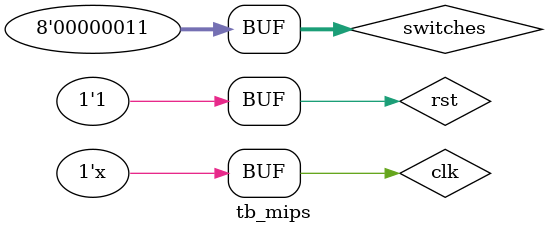
<source format=v>

module tb_mips;
  // inputs to the DUT (Device Under Test)
  reg clk, rst;
  reg [7:0] switches;
  //outputs from the DUT
  wire [7:0] leds;

  
  //instantiate the hex to 7seg circuit
  mips UUT (.clk(clk), .rst(rst), .leds(leds), .switches(switches)
                         );
					
always #5 begin clk = ~clk; end
  // Generate the inputs, and check the outputs. 		
  initial begin
  switches = 8'b00000000;
  clk = 1'b0;
  rst = 1'b0; 
  #40
  rst = 1'b1;
  
  #150
  switches = 8'b00000011;
  end
	
endmodule

</source>
